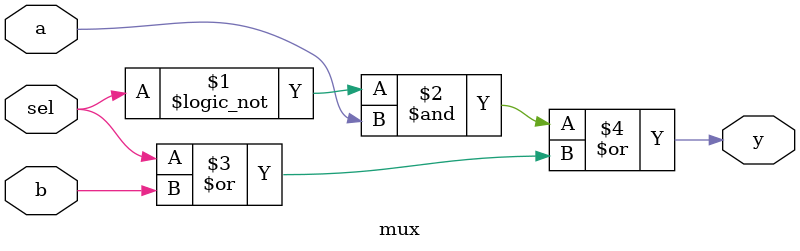
<source format=v>
module mux(a,b,sel,y);
input a,b,sel;
output y;

assign  y = (!sel &a) | (sel |b);


endmodule
</source>
